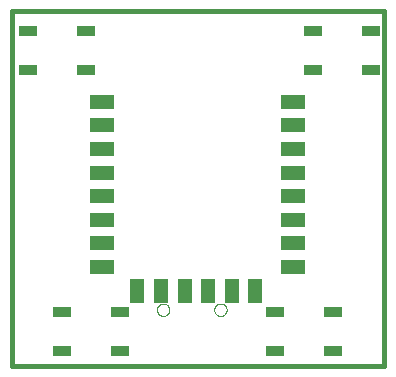
<source format=gtp>
G75*
%MOIN*%
%OFA0B0*%
%FSLAX25Y25*%
%IPPOS*%
%LPD*%
%AMOC8*
5,1,8,0,0,1.08239X$1,22.5*
%
%ADD10C,0.01600*%
%ADD11R,0.07874X0.04724*%
%ADD12R,0.04724X0.07874*%
%ADD13C,0.00000*%
%ADD14R,0.05906X0.03543*%
D10*
X0008250Y0005000D02*
X0008250Y0123110D01*
X0132266Y0123110D01*
X0132266Y0005000D01*
X0008250Y0005000D01*
D11*
X0038250Y0037874D03*
X0038250Y0045748D03*
X0038250Y0053622D03*
X0038250Y0061496D03*
X0038250Y0069370D03*
X0038250Y0077244D03*
X0038250Y0085118D03*
X0038250Y0092992D03*
X0102030Y0092992D03*
X0102030Y0085118D03*
X0102030Y0077244D03*
X0102030Y0069370D03*
X0102030Y0061496D03*
X0102030Y0053622D03*
X0102030Y0045748D03*
X0102030Y0037874D03*
D12*
X0089431Y0030000D03*
X0081557Y0030000D03*
X0073683Y0030000D03*
X0065809Y0030000D03*
X0057935Y0030000D03*
X0050061Y0030000D03*
D13*
X0056636Y0023622D02*
X0056638Y0023713D01*
X0056644Y0023803D01*
X0056654Y0023894D01*
X0056668Y0023983D01*
X0056686Y0024072D01*
X0056707Y0024161D01*
X0056733Y0024248D01*
X0056762Y0024334D01*
X0056796Y0024418D01*
X0056832Y0024501D01*
X0056873Y0024583D01*
X0056917Y0024662D01*
X0056964Y0024740D01*
X0057015Y0024815D01*
X0057069Y0024888D01*
X0057126Y0024958D01*
X0057186Y0025026D01*
X0057249Y0025092D01*
X0057315Y0025154D01*
X0057384Y0025213D01*
X0057455Y0025270D01*
X0057529Y0025323D01*
X0057605Y0025373D01*
X0057683Y0025420D01*
X0057763Y0025463D01*
X0057844Y0025502D01*
X0057928Y0025538D01*
X0058013Y0025570D01*
X0058099Y0025599D01*
X0058186Y0025623D01*
X0058275Y0025644D01*
X0058364Y0025661D01*
X0058454Y0025674D01*
X0058544Y0025683D01*
X0058635Y0025688D01*
X0058726Y0025689D01*
X0058816Y0025686D01*
X0058907Y0025679D01*
X0058997Y0025668D01*
X0059087Y0025653D01*
X0059176Y0025634D01*
X0059264Y0025612D01*
X0059350Y0025585D01*
X0059436Y0025555D01*
X0059520Y0025521D01*
X0059603Y0025483D01*
X0059684Y0025442D01*
X0059763Y0025397D01*
X0059840Y0025348D01*
X0059914Y0025297D01*
X0059987Y0025242D01*
X0060057Y0025184D01*
X0060124Y0025123D01*
X0060188Y0025059D01*
X0060250Y0024993D01*
X0060309Y0024923D01*
X0060364Y0024852D01*
X0060417Y0024777D01*
X0060466Y0024701D01*
X0060512Y0024623D01*
X0060554Y0024542D01*
X0060593Y0024460D01*
X0060628Y0024376D01*
X0060659Y0024291D01*
X0060686Y0024204D01*
X0060710Y0024117D01*
X0060730Y0024028D01*
X0060746Y0023939D01*
X0060758Y0023849D01*
X0060766Y0023758D01*
X0060770Y0023667D01*
X0060770Y0023577D01*
X0060766Y0023486D01*
X0060758Y0023395D01*
X0060746Y0023305D01*
X0060730Y0023216D01*
X0060710Y0023127D01*
X0060686Y0023040D01*
X0060659Y0022953D01*
X0060628Y0022868D01*
X0060593Y0022784D01*
X0060554Y0022702D01*
X0060512Y0022621D01*
X0060466Y0022543D01*
X0060417Y0022467D01*
X0060364Y0022392D01*
X0060309Y0022321D01*
X0060250Y0022251D01*
X0060188Y0022185D01*
X0060124Y0022121D01*
X0060057Y0022060D01*
X0059987Y0022002D01*
X0059914Y0021947D01*
X0059840Y0021896D01*
X0059763Y0021847D01*
X0059684Y0021802D01*
X0059603Y0021761D01*
X0059520Y0021723D01*
X0059436Y0021689D01*
X0059350Y0021659D01*
X0059264Y0021632D01*
X0059176Y0021610D01*
X0059087Y0021591D01*
X0058997Y0021576D01*
X0058907Y0021565D01*
X0058816Y0021558D01*
X0058726Y0021555D01*
X0058635Y0021556D01*
X0058544Y0021561D01*
X0058454Y0021570D01*
X0058364Y0021583D01*
X0058275Y0021600D01*
X0058186Y0021621D01*
X0058099Y0021645D01*
X0058013Y0021674D01*
X0057928Y0021706D01*
X0057844Y0021742D01*
X0057763Y0021781D01*
X0057683Y0021824D01*
X0057605Y0021871D01*
X0057529Y0021921D01*
X0057455Y0021974D01*
X0057384Y0022031D01*
X0057315Y0022090D01*
X0057249Y0022152D01*
X0057186Y0022218D01*
X0057126Y0022286D01*
X0057069Y0022356D01*
X0057015Y0022429D01*
X0056964Y0022504D01*
X0056917Y0022582D01*
X0056873Y0022661D01*
X0056832Y0022743D01*
X0056796Y0022826D01*
X0056762Y0022910D01*
X0056733Y0022996D01*
X0056707Y0023083D01*
X0056686Y0023172D01*
X0056668Y0023261D01*
X0056654Y0023350D01*
X0056644Y0023441D01*
X0056638Y0023531D01*
X0056636Y0023622D01*
X0075730Y0023622D02*
X0075732Y0023713D01*
X0075738Y0023803D01*
X0075748Y0023894D01*
X0075762Y0023983D01*
X0075780Y0024072D01*
X0075801Y0024161D01*
X0075827Y0024248D01*
X0075856Y0024334D01*
X0075890Y0024418D01*
X0075926Y0024501D01*
X0075967Y0024583D01*
X0076011Y0024662D01*
X0076058Y0024740D01*
X0076109Y0024815D01*
X0076163Y0024888D01*
X0076220Y0024958D01*
X0076280Y0025026D01*
X0076343Y0025092D01*
X0076409Y0025154D01*
X0076478Y0025213D01*
X0076549Y0025270D01*
X0076623Y0025323D01*
X0076699Y0025373D01*
X0076777Y0025420D01*
X0076857Y0025463D01*
X0076938Y0025502D01*
X0077022Y0025538D01*
X0077107Y0025570D01*
X0077193Y0025599D01*
X0077280Y0025623D01*
X0077369Y0025644D01*
X0077458Y0025661D01*
X0077548Y0025674D01*
X0077638Y0025683D01*
X0077729Y0025688D01*
X0077820Y0025689D01*
X0077910Y0025686D01*
X0078001Y0025679D01*
X0078091Y0025668D01*
X0078181Y0025653D01*
X0078270Y0025634D01*
X0078358Y0025612D01*
X0078444Y0025585D01*
X0078530Y0025555D01*
X0078614Y0025521D01*
X0078697Y0025483D01*
X0078778Y0025442D01*
X0078857Y0025397D01*
X0078934Y0025348D01*
X0079008Y0025297D01*
X0079081Y0025242D01*
X0079151Y0025184D01*
X0079218Y0025123D01*
X0079282Y0025059D01*
X0079344Y0024993D01*
X0079403Y0024923D01*
X0079458Y0024852D01*
X0079511Y0024777D01*
X0079560Y0024701D01*
X0079606Y0024623D01*
X0079648Y0024542D01*
X0079687Y0024460D01*
X0079722Y0024376D01*
X0079753Y0024291D01*
X0079780Y0024204D01*
X0079804Y0024117D01*
X0079824Y0024028D01*
X0079840Y0023939D01*
X0079852Y0023849D01*
X0079860Y0023758D01*
X0079864Y0023667D01*
X0079864Y0023577D01*
X0079860Y0023486D01*
X0079852Y0023395D01*
X0079840Y0023305D01*
X0079824Y0023216D01*
X0079804Y0023127D01*
X0079780Y0023040D01*
X0079753Y0022953D01*
X0079722Y0022868D01*
X0079687Y0022784D01*
X0079648Y0022702D01*
X0079606Y0022621D01*
X0079560Y0022543D01*
X0079511Y0022467D01*
X0079458Y0022392D01*
X0079403Y0022321D01*
X0079344Y0022251D01*
X0079282Y0022185D01*
X0079218Y0022121D01*
X0079151Y0022060D01*
X0079081Y0022002D01*
X0079008Y0021947D01*
X0078934Y0021896D01*
X0078857Y0021847D01*
X0078778Y0021802D01*
X0078697Y0021761D01*
X0078614Y0021723D01*
X0078530Y0021689D01*
X0078444Y0021659D01*
X0078358Y0021632D01*
X0078270Y0021610D01*
X0078181Y0021591D01*
X0078091Y0021576D01*
X0078001Y0021565D01*
X0077910Y0021558D01*
X0077820Y0021555D01*
X0077729Y0021556D01*
X0077638Y0021561D01*
X0077548Y0021570D01*
X0077458Y0021583D01*
X0077369Y0021600D01*
X0077280Y0021621D01*
X0077193Y0021645D01*
X0077107Y0021674D01*
X0077022Y0021706D01*
X0076938Y0021742D01*
X0076857Y0021781D01*
X0076777Y0021824D01*
X0076699Y0021871D01*
X0076623Y0021921D01*
X0076549Y0021974D01*
X0076478Y0022031D01*
X0076409Y0022090D01*
X0076343Y0022152D01*
X0076280Y0022218D01*
X0076220Y0022286D01*
X0076163Y0022356D01*
X0076109Y0022429D01*
X0076058Y0022504D01*
X0076011Y0022582D01*
X0075967Y0022661D01*
X0075926Y0022743D01*
X0075890Y0022826D01*
X0075856Y0022910D01*
X0075827Y0022996D01*
X0075801Y0023083D01*
X0075780Y0023172D01*
X0075762Y0023261D01*
X0075748Y0023350D01*
X0075738Y0023441D01*
X0075732Y0023531D01*
X0075730Y0023622D01*
D14*
X0096104Y0022746D03*
X0096104Y0009754D03*
X0115396Y0009754D03*
X0115396Y0022746D03*
X0044146Y0022746D03*
X0044146Y0009754D03*
X0024854Y0009754D03*
X0024854Y0022746D03*
X0032896Y0103504D03*
X0032896Y0116496D03*
X0013604Y0116496D03*
X0013604Y0103504D03*
X0108604Y0103504D03*
X0108604Y0116496D03*
X0127896Y0116496D03*
X0127896Y0103504D03*
M02*

</source>
